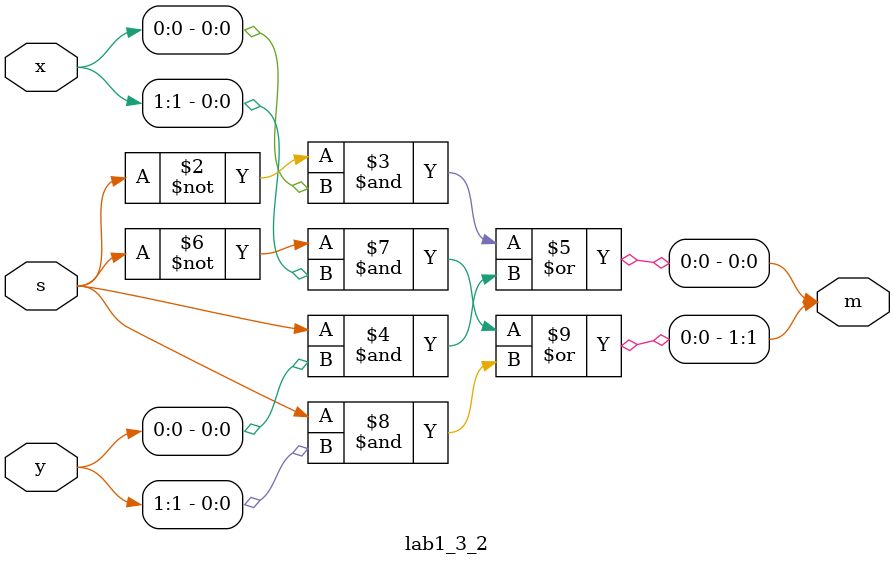
<source format=v>
`timescale 1ns / 1ps


module lab1_3_2(x,y,s,m);
    input [1:0] x, y;
    input s;
    output reg [1:0] m;
    
    always
        @( x or y or s) begin
            m[0] = #3 (~s & x[0]) | (s & y[0]);
            m[1] = #3 (~s & x[1]) | (s & y[1]);
         end
endmodule

</source>
